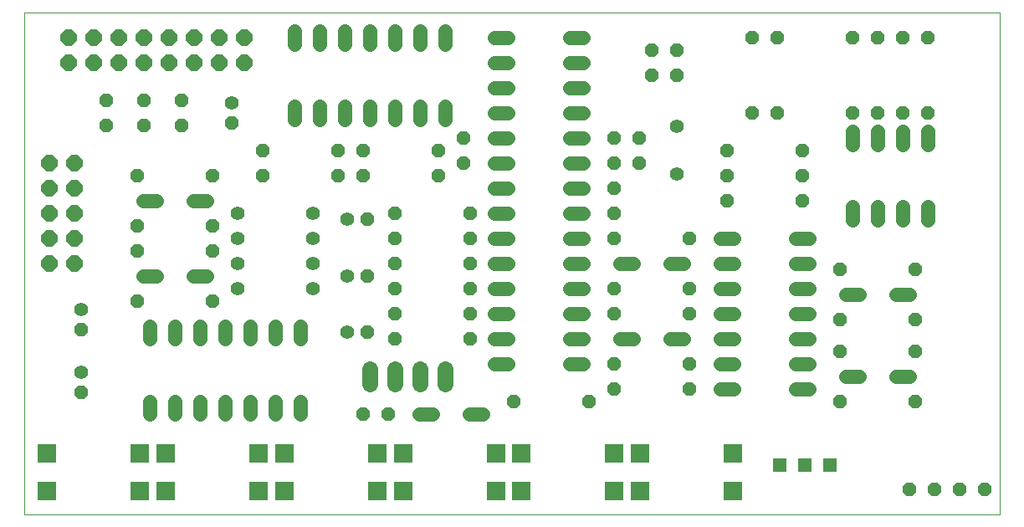
<source format=gts>
G75*
%MOIN*%
%OFA0B0*%
%FSLAX25Y25*%
%IPPOS*%
%LPD*%
%AMOC8*
5,1,8,0,0,1.08239X$1,22.5*
%
%ADD10C,0.00000*%
%ADD11OC8,0.05600*%
%ADD12C,0.05600*%
%ADD13C,0.05600*%
%ADD14R,0.07487X0.07487*%
%ADD15OC8,0.06400*%
%ADD16R,0.05550X0.05550*%
%ADD17C,0.06400*%
D10*
X0001000Y0001250D02*
X0001000Y0201211D01*
X0389583Y0201211D01*
X0389583Y0001250D01*
X0001000Y0001250D01*
D11*
X0023500Y0049750D03*
X0023500Y0074750D03*
X0046000Y0086250D03*
X0076000Y0086250D03*
X0076000Y0106250D03*
X0076000Y0116250D03*
X0046000Y0116250D03*
X0046000Y0106250D03*
X0046000Y0136250D03*
X0076000Y0136250D03*
X0096000Y0136250D03*
X0096000Y0146250D03*
X0083500Y0157250D03*
X0063500Y0156250D03*
X0048500Y0156250D03*
X0033500Y0156250D03*
X0033500Y0166250D03*
X0048500Y0166250D03*
X0063500Y0166250D03*
X0126000Y0146250D03*
X0136000Y0146250D03*
X0136000Y0136250D03*
X0126000Y0136250D03*
X0148500Y0121250D03*
X0137500Y0118750D03*
X0148500Y0111250D03*
X0148500Y0101250D03*
X0137500Y0096250D03*
X0148500Y0091250D03*
X0148500Y0081250D03*
X0137500Y0073750D03*
X0148500Y0071250D03*
X0178500Y0071250D03*
X0178500Y0081250D03*
X0178500Y0091250D03*
X0178500Y0101250D03*
X0178500Y0111250D03*
X0178500Y0121250D03*
X0166000Y0136250D03*
X0176000Y0141250D03*
X0166000Y0146250D03*
X0176000Y0151250D03*
X0236000Y0151250D03*
X0246000Y0151250D03*
X0246000Y0141250D03*
X0236000Y0141250D03*
X0236000Y0131250D03*
X0236000Y0121250D03*
X0236000Y0111250D03*
X0266000Y0111250D03*
X0281000Y0126250D03*
X0281000Y0136250D03*
X0281000Y0146250D03*
X0291000Y0161250D03*
X0301000Y0161250D03*
X0311000Y0146250D03*
X0311000Y0136250D03*
X0311000Y0126250D03*
X0326000Y0098750D03*
X0356000Y0098750D03*
X0356000Y0078750D03*
X0356000Y0066250D03*
X0326000Y0066250D03*
X0326000Y0078750D03*
X0266000Y0081250D03*
X0266000Y0091250D03*
X0236000Y0091250D03*
X0236000Y0081250D03*
X0236000Y0061250D03*
X0236000Y0051250D03*
X0226000Y0046250D03*
X0196000Y0046250D03*
X0146000Y0041250D03*
X0136000Y0041250D03*
X0266000Y0051250D03*
X0266000Y0061250D03*
X0326000Y0046250D03*
X0356000Y0046250D03*
X0353500Y0011250D03*
X0363500Y0011250D03*
X0373500Y0011250D03*
X0383500Y0011250D03*
X0361000Y0161250D03*
X0351000Y0161250D03*
X0341000Y0161250D03*
X0331000Y0161250D03*
X0331000Y0191250D03*
X0341000Y0191250D03*
X0351000Y0191250D03*
X0361000Y0191250D03*
X0301000Y0191250D03*
X0291000Y0191250D03*
X0261000Y0186250D03*
X0251000Y0186250D03*
X0251000Y0176250D03*
X0261000Y0176250D03*
D12*
X0261000Y0155750D03*
X0261000Y0136750D03*
X0129500Y0118750D03*
X0116000Y0121250D03*
X0116000Y0111250D03*
X0116000Y0101250D03*
X0129500Y0096250D03*
X0116000Y0091250D03*
X0086000Y0091250D03*
X0086000Y0101250D03*
X0086000Y0111250D03*
X0086000Y0121250D03*
X0023500Y0082750D03*
X0023500Y0057750D03*
X0129500Y0073750D03*
X0083500Y0165250D03*
D13*
X0108500Y0163850D02*
X0108500Y0158650D01*
X0118500Y0158650D02*
X0118500Y0163850D01*
X0128500Y0163850D02*
X0128500Y0158650D01*
X0138500Y0158650D02*
X0138500Y0163850D01*
X0148500Y0163850D02*
X0148500Y0158650D01*
X0158500Y0158650D02*
X0158500Y0163850D01*
X0168500Y0163850D02*
X0168500Y0158650D01*
X0188400Y0161250D02*
X0193600Y0161250D01*
X0193600Y0151250D02*
X0188400Y0151250D01*
X0188400Y0141250D02*
X0193600Y0141250D01*
X0193600Y0131250D02*
X0188400Y0131250D01*
X0188400Y0121250D02*
X0193600Y0121250D01*
X0193600Y0111250D02*
X0188400Y0111250D01*
X0188400Y0101250D02*
X0193600Y0101250D01*
X0193600Y0091250D02*
X0188400Y0091250D01*
X0188400Y0081250D02*
X0193600Y0081250D01*
X0193600Y0071250D02*
X0188400Y0071250D01*
X0188400Y0061250D02*
X0193600Y0061250D01*
X0218400Y0061250D02*
X0223600Y0061250D01*
X0223600Y0071250D02*
X0218400Y0071250D01*
X0218400Y0081250D02*
X0223600Y0081250D01*
X0223600Y0091250D02*
X0218400Y0091250D01*
X0218400Y0101250D02*
X0223600Y0101250D01*
X0238400Y0101250D02*
X0243600Y0101250D01*
X0258400Y0101250D02*
X0263600Y0101250D01*
X0278400Y0101250D02*
X0283600Y0101250D01*
X0283600Y0091250D02*
X0278400Y0091250D01*
X0278400Y0081250D02*
X0283600Y0081250D01*
X0283600Y0071250D02*
X0278400Y0071250D01*
X0263600Y0071250D02*
X0258400Y0071250D01*
X0243600Y0071250D02*
X0238400Y0071250D01*
X0278400Y0061250D02*
X0283600Y0061250D01*
X0283600Y0051250D02*
X0278400Y0051250D01*
X0308400Y0051250D02*
X0313600Y0051250D01*
X0328400Y0056250D02*
X0333600Y0056250D01*
X0348400Y0056250D02*
X0353600Y0056250D01*
X0313600Y0061250D02*
X0308400Y0061250D01*
X0308400Y0071250D02*
X0313600Y0071250D01*
X0313600Y0081250D02*
X0308400Y0081250D01*
X0328400Y0088750D02*
X0333600Y0088750D01*
X0348400Y0088750D02*
X0353600Y0088750D01*
X0313600Y0091250D02*
X0308400Y0091250D01*
X0308400Y0101250D02*
X0313600Y0101250D01*
X0313600Y0111250D02*
X0308400Y0111250D01*
X0331000Y0118650D02*
X0331000Y0123850D01*
X0341000Y0123850D02*
X0341000Y0118650D01*
X0351000Y0118650D02*
X0351000Y0123850D01*
X0361000Y0123850D02*
X0361000Y0118650D01*
X0361000Y0148650D02*
X0361000Y0153850D01*
X0351000Y0153850D02*
X0351000Y0148650D01*
X0341000Y0148650D02*
X0341000Y0153850D01*
X0331000Y0153850D02*
X0331000Y0148650D01*
X0283600Y0111250D02*
X0278400Y0111250D01*
X0223600Y0111250D02*
X0218400Y0111250D01*
X0218400Y0121250D02*
X0223600Y0121250D01*
X0223600Y0131250D02*
X0218400Y0131250D01*
X0218400Y0141250D02*
X0223600Y0141250D01*
X0223600Y0151250D02*
X0218400Y0151250D01*
X0218400Y0161250D02*
X0223600Y0161250D01*
X0223600Y0171250D02*
X0218400Y0171250D01*
X0218400Y0181250D02*
X0223600Y0181250D01*
X0223600Y0191250D02*
X0218400Y0191250D01*
X0193600Y0191250D02*
X0188400Y0191250D01*
X0168500Y0188650D02*
X0168500Y0193850D01*
X0158500Y0193850D02*
X0158500Y0188650D01*
X0148500Y0188650D02*
X0148500Y0193850D01*
X0138500Y0193850D02*
X0138500Y0188650D01*
X0128500Y0188650D02*
X0128500Y0193850D01*
X0118500Y0193850D02*
X0118500Y0188650D01*
X0108500Y0188650D02*
X0108500Y0193850D01*
X0188400Y0181250D02*
X0193600Y0181250D01*
X0193600Y0171250D02*
X0188400Y0171250D01*
X0073600Y0126250D02*
X0068400Y0126250D01*
X0053600Y0126250D02*
X0048400Y0126250D01*
X0048400Y0096250D02*
X0053600Y0096250D01*
X0068400Y0096250D02*
X0073600Y0096250D01*
X0071000Y0076350D02*
X0071000Y0071150D01*
X0081000Y0071150D02*
X0081000Y0076350D01*
X0091000Y0076350D02*
X0091000Y0071150D01*
X0101000Y0071150D02*
X0101000Y0076350D01*
X0111000Y0076350D02*
X0111000Y0071150D01*
X0111000Y0046350D02*
X0111000Y0041150D01*
X0101000Y0041150D02*
X0101000Y0046350D01*
X0091000Y0046350D02*
X0091000Y0041150D01*
X0081000Y0041150D02*
X0081000Y0046350D01*
X0071000Y0046350D02*
X0071000Y0041150D01*
X0061000Y0041150D02*
X0061000Y0046350D01*
X0051000Y0046350D02*
X0051000Y0041150D01*
X0051000Y0071150D02*
X0051000Y0076350D01*
X0061000Y0076350D02*
X0061000Y0071150D01*
X0158400Y0041250D02*
X0163600Y0041250D01*
X0178400Y0041250D02*
X0183600Y0041250D01*
D14*
X0188795Y0025659D03*
X0199031Y0025659D03*
X0199031Y0010699D03*
X0188795Y0010699D03*
X0151787Y0010699D03*
X0141551Y0010699D03*
X0141551Y0025659D03*
X0151787Y0025659D03*
X0104543Y0025659D03*
X0094307Y0025659D03*
X0094307Y0010699D03*
X0104543Y0010699D03*
X0057299Y0010699D03*
X0047063Y0010699D03*
X0047063Y0025659D03*
X0057299Y0025659D03*
X0010055Y0025659D03*
X0010055Y0010699D03*
X0236039Y0010699D03*
X0246276Y0010699D03*
X0246276Y0025659D03*
X0236039Y0025659D03*
X0283283Y0025659D03*
X0283283Y0010699D03*
D15*
X0021000Y0101250D03*
X0011000Y0101250D03*
X0011000Y0111250D03*
X0021000Y0111250D03*
X0021000Y0121250D03*
X0011000Y0121250D03*
X0011000Y0131250D03*
X0021000Y0131250D03*
X0021000Y0141250D03*
X0011000Y0141250D03*
X0018500Y0181250D03*
X0028500Y0181250D03*
X0038500Y0181250D03*
X0048500Y0181250D03*
X0058500Y0181250D03*
X0068500Y0181250D03*
X0078500Y0181250D03*
X0088500Y0181250D03*
X0088500Y0191250D03*
X0078500Y0191250D03*
X0068500Y0191250D03*
X0058500Y0191250D03*
X0048500Y0191250D03*
X0038500Y0191250D03*
X0028500Y0191250D03*
X0018500Y0191250D03*
D16*
X0302024Y0020935D03*
X0312024Y0020935D03*
X0322024Y0020935D03*
D17*
X0168500Y0053250D02*
X0168500Y0059250D01*
X0158500Y0059250D02*
X0158500Y0053250D01*
X0148500Y0053250D02*
X0148500Y0059250D01*
X0138500Y0059250D02*
X0138500Y0053250D01*
M02*

</source>
